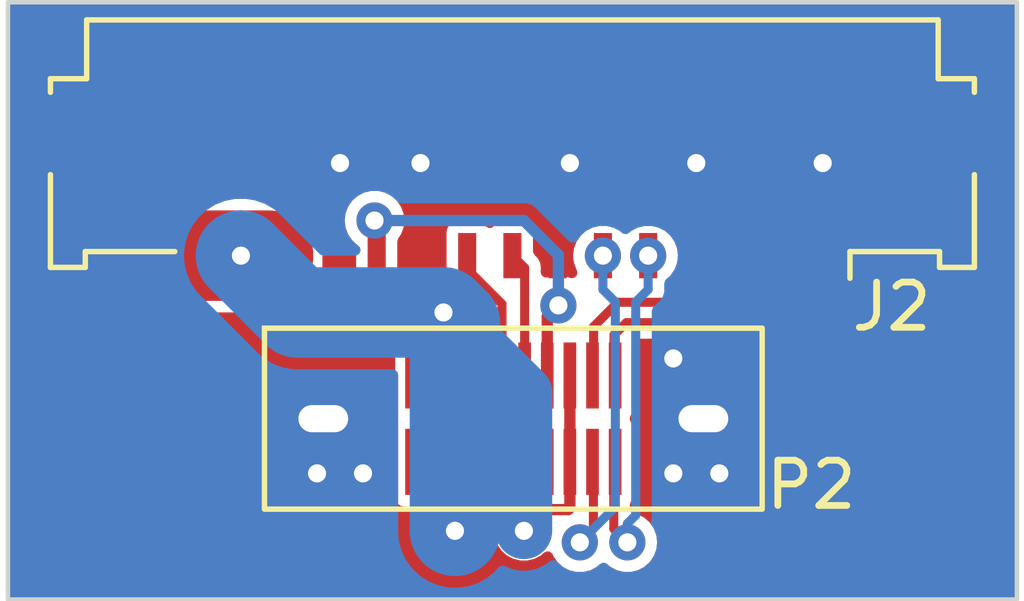
<source format=kicad_pcb>
(kicad_pcb (version 20221018) (generator pcbnew)
  (layers (0 "F.Cu" signal) (31 "B.Cu" signal) (34 "B.Paste" user) (35 "F.Paste" user) (36 "B.SilkS" user "B.Silkscreen") (37 "F.SilkS" user "F.Silkscreen") (38 "B.Mask" user) (39 "F.Mask" user) (44 "Edge.Cuts" user))
  (net 0 "")
  (net 1 "Net-(J2-Pin_11)")
  (net 2 "Net-(J2-Pin_13)")
  (net 10 "2_TX+")
  (net 11 "2_TX-")
  (net 12 "2_RX+")
  (net 13 "2_RX-")
  (net 14 "2+")
  (net 15 "2-")
  (net 16 "GND2")
  (footprint "H3_Connectors:TC-003LS" (layer "F.Cu") (at 45.87 105.003)
    (fp_text reference "P2" (at 6.584 1.463 unlocked) (layer "F.SilkS"))
    (fp_text value "TC-003LS")
    (fp_rect (start -5.5 -2) (end 5.5 2) (stroke (width 0.12)) (fill none) (layer "F.SilkS"))
    (pad "A1" smd rect (at 2.75 -0.955) (size 0.28 1.46) (layers "F.Cu" "F.Paste" "F.Mask") (net 16 "GND2"))
    (pad "A2" smd rect (at 2.25 -0.955) (size 0.28 1.46) (layers "F.Cu" "F.Paste" "F.Mask") (net 10 "2_TX+"))
    (pad "A3" smd rect (at 1.75 -0.955) (size 0.28 1.46) (layers "F.Cu" "F.Paste" "F.Mask") (net 11 "2_TX-"))
    (pad "A4" smd rect (at 1.25 -0.955) (size 0.28 1.46) (layers "F.Cu" "F.Paste" "F.Mask") (net 2 "Net-(J2-Pin_13)"))
    (pad "A5" smd rect (at 0.75 -0.955) (size 0.28 1.46) (layers "F.Cu" "F.Paste" "F.Mask") (net 1 "Net-(J2-Pin_11)"))
    (pad "A6" smd rect (at 0.25 -0.955) (size 0.28 1.46) (layers "F.Cu" "F.Paste" "F.Mask") (net 14 "2+"))
    (pad "A7" smd rect (at -0.25 -0.955) (size 0.28 1.46) (layers "F.Cu" "F.Paste" "F.Mask") (net 15 "2-"))
    (pad "A8" smd rect (at -0.75 -0.955) (size 0.28 1.46) (layers "F.Cu" "F.Paste" "F.Mask"))
    (pad "A9" smd rect (at -1.25 -0.955) (size 0.28 1.46) (layers "F.Cu" "F.Paste" "F.Mask") (net 2 "Net-(J2-Pin_13)"))
    (pad "A10" smd rect (at -1.75 -0.955) (size 0.28 1.46) (layers "F.Cu" "F.Paste" "F.Mask"))
    (pad "A11" smd rect (at -2.25 -0.955) (size 0.28 1.46) (layers "F.Cu" "F.Paste" "F.Mask"))
    (pad "A12" smd rect (at -2.75 -0.955) (size 0.28 1.46) (layers "F.Cu" "F.Paste" "F.Mask") (net 16 "GND2"))
    (pad "B1" smd rect (at -2.75 0.955 180) (size 0.28 1.46) (layers "F.Cu" "F.Paste" "F.Mask") (net 16 "GND2"))
    (pad "B2" smd rect (at -2.25 0.955 180) (size 0.28 1.46) (layers "F.Cu" "F.Paste" "F.Mask"))
    (pad "B3" smd rect (at -1.75 0.955 180) (size 0.28 1.46) (layers "F.Cu" "F.Paste" "F.Mask"))
    (pad "B4" smd rect (at -1.25 0.955 180) (size 0.28 1.46) (layers "F.Cu" "F.Paste" "F.Mask") (net 2 "Net-(J2-Pin_13)"))
    (pad "B5" smd rect (at -0.75 0.955 180) (size 0.28 1.46) (layers "F.Cu" "F.Paste" "F.Mask"))
    (pad "B6" smd rect (at -0.25 0.955 180) (size 0.28 1.46) (layers "F.Cu" "F.Paste" "F.Mask"))
    (pad "B7" smd rect (at 0.25 0.955 180) (size 0.28 1.46) (layers "F.Cu" "F.Paste" "F.Mask"))
    (pad "B8" smd rect (at 0.75 0.955 180) (size 0.28 1.46) (layers "F.Cu" "F.Paste" "F.Mask"))
    (pad "B9" smd rect (at 1.25 0.955 180) (size 0.28 1.46) (layers "F.Cu" "F.Paste" "F.Mask") (net 2 "Net-(J2-Pin_13)"))
    (pad "B10" smd rect (at 1.75 0.955 180) (size 0.28 1.46) (layers "F.Cu" "F.Paste" "F.Mask") (net 13 "2_RX-"))
    (pad "B11" smd rect (at 2.25 0.955 180) (size 0.28 1.46) (layers "F.Cu" "F.Paste" "F.Mask") (net 12 "2_RX+"))
    (pad "B12" smd rect (at 2.75 0.955 180) (size 0.28 1.46) (layers "F.Cu" "F.Paste" "F.Mask") (net 16 "GND2"))
    (pad "S1" thru_hole oval (at -4.2 0) (size 1.5 1) (drill oval 1.1 0.6) (layers "*.Cu" "*.Mask") (net 16 "GND2"))
    (pad "S1" thru_hole oval (at 4.2 0) (size 1.5 1) (drill oval 1.1 0.6) (layers "*.Cu" "*.Mask") (net 16 "GND2"))
  )
  (footprint "Connector_FFC-FPC:Molex_200528-0150_1x15-1MP_P1.00mm_Horizontal" (layer "F.Cu") (at 45.85 100.49 180)
    (fp_text reference "J2" (at -8.382 -2.039) (layer "F.SilkS"))
    (fp_text value "Conn_01x15_Socket")
    (fp_line (start -10.21 -1.17) (end -10.21 0.88) (stroke (width 0.12)) (layer "F.SilkS"))
    (fp_line (start -10.21 2.7) (end -10.21 3) (stroke (width 0.12)) (layer "F.SilkS"))
    (fp_line (start -10.21 3) (end -9.41 3) (stroke (width 0.12)) (layer "F.SilkS"))
    (fp_line (start -9.44 -1.17) (end -10.21 -1.17) (stroke (width 0.12)) (layer "F.SilkS"))
    (fp_line (start -9.44 -0.82) (end -9.44 -1.17) (stroke (width 0.12)) (layer "F.SilkS"))
    (fp_line (start -9.41 3) (end -9.41 4.3) (stroke (width 0.12)) (layer "F.SilkS"))
    (fp_line (start -9.41 4.3) (end 9.41 4.3) (stroke (width 0.12)) (layer "F.SilkS"))
    (fp_line (start -7.46 -1.41) (end -7.46 -0.82) (stroke (width 0.12)) (layer "F.SilkS"))
    (fp_line (start -7.46 -0.82) (end -9.44 -0.82) (stroke (width 0.12)) (layer "F.SilkS"))
    (fp_line (start 9.41 3) (end 10.21 3) (stroke (width 0.12)) (layer "F.SilkS"))
    (fp_line (start 9.41 4.3) (end 9.41 3) (stroke (width 0.12)) (layer "F.SilkS"))
    (fp_line (start 9.44 -1.17) (end 9.44 -0.82) (stroke (width 0.12)) (layer "F.SilkS"))
    (fp_line (start 9.44 -0.82) (end 7.46 -0.82) (stroke (width 0.12)) (layer "F.SilkS"))
    (fp_line (start 10.21 -1.17) (end 9.44 -1.17) (stroke (width 0.12)) (layer "F.SilkS"))
    (fp_line (start 10.21 0.88) (end 10.21 -1.17) (stroke (width 0.12)) (layer "F.SilkS"))
    (fp_line (start 10.21 3) (end 10.21 2.7) (stroke (width 0.12)) (layer "F.SilkS"))
    (pad "1" smd rect (at -7 -0.91 180) (size 0.4 1) (layers "F.Cu" "F.Paste" "F.Mask") (net 16 "GND2"))
    (pad "2" smd rect (at -6 -0.91 180) (size 0.4 1) (layers "F.Cu" "F.Paste" "F.Mask") (net 10 "2_TX+"))
    (pad "3" smd rect (at -5 -0.91 180) (size 0.4 1) (layers "F.Cu" "F.Paste" "F.Mask") (net 11 "2_TX-"))
    (pad "4" smd rect (at -4 -0.91 180) (size 0.4 1) (layers "F.Cu" "F.Paste" "F.Mask") (net 16 "GND2"))
    (pad "5" smd rect (at -3 -0.91 180) (size 0.4 1) (layers "F.Cu" "F.Paste" "F.Mask") (net 12 "2_RX+"))
    (pad "6" smd rect (at -2 -0.91 180) (size 0.4 1) (layers "F.Cu" "F.Paste" "F.Mask") (net 13 "2_RX-"))
    (pad "7" smd rect (at -1 -0.91 180) (size 0.4 1) (layers "F.Cu" "F.Paste" "F.Mask") (net 16 "GND2"))
    (pad "8" smd rect (at 0 -0.91 180) (size 0.4 1) (layers "F.Cu" "F.Paste" "F.Mask") (net 14 "2+"))
    (pad "9" smd rect (at 1 -0.91 180) (size 0.4 1) (layers "F.Cu" "F.Paste" "F.Mask") (net 15 "2-"))
    (pad "10" smd rect (at 2 -0.91 180) (size 0.4 1) (layers "F.Cu" "F.Paste" "F.Mask") (net 16 "GND2"))
    (pad "11" smd rect (at 3 -0.91 180) (size 0.4 1) (layers "F.Cu" "F.Paste" "F.Mask") (net 1 "Net-(J2-Pin_11)"))
    (pad "12" smd rect (at 4 -0.91 180) (size 0.4 1) (layers "F.Cu" "F.Paste" "F.Mask") (net 16 "GND2"))
    (pad "13" smd rect (at 5 -0.91 180) (size 0.4 1) (layers "F.Cu" "F.Paste" "F.Mask") (net 2 "Net-(J2-Pin_13)"))
    (pad "14" smd rect (at 6 -0.91 180) (size 0.4 1) (layers "F.Cu" "F.Paste" "F.Mask") (net 2 "Net-(J2-Pin_13)"))
    (pad "15" smd rect (at 7 -0.91 180) (size 0.4 1) (layers "F.Cu" "F.Paste" "F.Mask") (net 2 "Net-(J2-Pin_13)"))
    (pad "MP" smd rect (at -9.8 1.79 180) (size 2 1.3) (layers "F.Cu" "F.Paste" "F.Mask") (net 16 "GND2"))
    (pad "MP" smd rect (at 9.8 1.79 180) (size 2 1.3) (layers "F.Cu" "F.Paste" "F.Mask") (net 16 "GND2"))
  )
  (gr_rect (start 34.7 95.8) (end 57 109) (stroke (width 0.1)) (fill none) (layer "Edge.Cuts"))
  (segment (start 46.62 102.745502) (end 46.866 102.499502) (width 0.25) (layer "F.Cu") (net 1))
  (segment (start 42.802 100.624) (end 42.802 101.352) (width 0.25) (layer "F.Cu") (net 1))
  (segment (start 46.62 104.048) (end 46.62 102.745502) (width 0.25) (layer "F.Cu") (net 1))
  (segment (start 42.802 101.352) (end 42.85 101.4) (width 0.25) (layer "F.Cu") (net 1))
  (via (at 46.866 102.499502) (size 0.8) (drill 0.4) (layers "F.Cu" "B.Cu") (net 1))
  (via (at 42.802 100.624) (size 0.8) (drill 0.4) (layers "F.Cu" "B.Cu") (net 1))
  (segment (start 46.104 100.624) (end 42.802 100.624) (width 0.25) (layer "B.Cu") (net 1))
  (segment (start 46.866 102.499502) (end 46.866 101.386) (width 0.25) (layer "B.Cu") (net 1))
  (segment (start 46.866 101.386) (end 46.104 100.624) (width 0.25) (layer "B.Cu") (net 1))
  (segment (start 47.12 106.978) (end 47.085 107.013) (width 0.25) (layer "F.Cu") (net 2))
  (segment (start 39.85 101.4) (end 40.45 101.4) (width 2) (layer "F.Cu") (net 2))
  (segment (start 47.085 107.013) (end 46.358 107.013) (width 0.25) (layer "F.Cu") (net 2))
  (segment (start 47.12 105.958) (end 47.12 106.978) (width 0.25) (layer "F.Cu") (net 2))
  (segment (start 44.62 106.978) (end 44.62 105.958) (width 0.25) (layer "F.Cu") (net 2))
  (segment (start 44.326 102.656) (end 44.62 102.95) (width 0.25) (layer "F.Cu") (net 2))
  (segment (start 44.62 103.987) (end 44.62 105.897) (width 0.25) (layer "F.Cu") (net 2))
  (segment (start 44.62 102.95) (end 44.62 104.048) (width 0.25) (layer "F.Cu") (net 2))
  (segment (start 46.358 107.228) (end 46.104 107.482) (width 0.25) (layer "F.Cu") (net 2))
  (segment (start 44.58 107.482) (end 44.58 107.018) (width 0.25) (layer "F.Cu") (net 2))
  (segment (start 46.358 107.013) (end 46.358 107.228) (width 0.25) (layer "F.Cu") (net 2))
  (segment (start 44.58 107.018) (end 44.62 106.978) (width 0.25) (layer "F.Cu") (net 2))
  (segment (start 47.12 103.987) (end 47.12 105.897) (width 0.25) (layer "F.Cu") (net 2))
  (segment (start 44.655 107.013) (end 44.62 106.978) (width 0.25) (layer "F.Cu") (net 2))
  (segment (start 46.358 107.013) (end 44.655 107.013) (width 0.25) (layer "F.Cu") (net 2))
  (segment (start 39.85 101.4) (end 38.85 101.4) (width 2) (layer "F.Cu") (net 2))
  (via (at 44.58 107.482) (size 0.8) (drill 0.4) (layers "F.Cu" "B.Cu") (net 2))
  (via (at 46.104 107.482) (size 0.8) (drill 0.4) (layers "F.Cu" "B.Cu") (net 2))
  (via (at 44.326 102.656) (size 0.8) (drill 0.4) (layers "F.Cu" "B.Cu") (net 2))
  (via (at 39.85 101.4) (size 0.8) (drill 0.4) (layers "F.Cu" "B.Cu") (net 2))
  (segment (start 46.104 107.482) (end 46.104 104.434) (width 1.25) (layer "B.Cu") (net 2))
  (segment (start 44.58 107.482) (end 44.58 102.91) (width 2) (layer "B.Cu") (net 2))
  (segment (start 44.326 102.656) (end 41.106 102.656) (width 2) (layer "B.Cu") (net 2))
  (segment (start 41.106 102.656) (end 39.85 101.4) (width 2) (layer "B.Cu") (net 2))
  (segment (start 44.58 102.91) (end 44.326 102.656) (width 2) (layer "B.Cu") (net 2))
  (segment (start 46.104 104.434) (end 44.58 102.91) (width 1.25) (layer "B.Cu") (net 2))
  (segment (start 48.12 104.048) (end 48.12 103.458) (width 0.2) (layer "F.Cu") (net 10))
  (segment (start 48.12 103.458) (end 48.095 103.433) (width 0.2) (layer "F.Cu") (net 10))
  (segment (start 48.366698 102.881) (end 50.664 102.881) (width 0.2) (layer "F.Cu") (net 10))
  (segment (start 48.095 103.433) (end 48.095 103.152698) (width 0.2) (layer "F.Cu") (net 10))
  (segment (start 51.85 101.695) (end 51.85 101.4) (width 0.2) (layer "F.Cu") (net 10))
  (segment (start 50.664 102.881) (end 51.85 101.695) (width 0.2) (layer "F.Cu") (net 10))
  (segment (start 48.095 103.152698) (end 48.366698 102.881) (width 0.2) (layer "F.Cu") (net 10))
  (segment (start 48.180298 102.431) (end 50.182603 102.431) (width 0.2) (layer "F.Cu") (net 11))
  (segment (start 50.182603 102.431) (end 50.85 101.763603) (width 0.2) (layer "F.Cu") (net 11))
  (segment (start 47.62 104.048) (end 47.62 103.458) (width 0.2) (layer "F.Cu") (net 11))
  (segment (start 47.645 102.966298) (end 48.180298 102.431) (width 0.2) (layer "F.Cu") (net 11))
  (segment (start 50.85 101.763603) (end 50.85 101.4) (width 0.2) (layer "F.Cu") (net 11))
  (segment (start 47.645 103.433) (end 47.645 102.966298) (width 0.2) (layer "F.Cu") (net 11))
  (segment (start 47.62 103.458) (end 47.645 103.433) (width 0.2) (layer "F.Cu") (net 11))
  (segment (start 48.115 106.138379) (end 48.090001 106.163378) (width 0.2) (layer "F.Cu") (net 12))
  (segment (start 48.090001 106.163378) (end 48.090001 107.436001) (width 0.2) (layer "F.Cu") (net 12))
  (segment (start 48.090001 107.436001) (end 48.39 107.736) (width 0.2) (layer "F.Cu") (net 12))
  (via (at 48.39 107.736) (size 0.8) (drill 0.4) (layers "F.Cu" "B.Cu") (net 12))
  (via (at 48.85 101.4) (size 0.8) (drill 0.4) (layers "F.Cu" "B.Cu") (net 12))
  (segment (start 48.575 107.137397) (end 48.575 102.425001) (width 0.2) (layer "B.Cu") (net 12))
  (segment (start 48.39 107.736) (end 48.39 107.322397) (width 0.2) (layer "B.Cu") (net 12))
  (segment (start 48.57 107.142397) (end 48.575 107.137397) (width 0.2) (layer "B.Cu") (net 12))
  (segment (start 48.85 102.150001) (end 48.85 101.4) (width 0.2) (layer "B.Cu") (net 12))
  (segment (start 48.575 102.425001) (end 48.85 102.150001) (width 0.2) (layer "B.Cu") (net 12))
  (segment (start 48.39 107.322397) (end 48.57 107.142397) (width 0.2) (layer "B.Cu") (net 12))
  (segment (start 47.615 106.138379) (end 47.639999 106.163378) (width 0.2) (layer "F.Cu") (net 13))
  (segment (start 47.639999 106.163378) (end 47.639999 107.436001) (width 0.2) (layer "F.Cu") (net 13))
  (segment (start 47.639999 107.436001) (end 47.34 107.736) (width 0.2) (layer "F.Cu") (net 13))
  (via (at 47.34 107.736) (size 0.8) (drill 0.4) (layers "F.Cu" "B.Cu") (net 13))
  (via (at 47.85 101.4) (size 0.8) (drill 0.4) (layers "F.Cu" "B.Cu") (net 13))
  (segment (start 48.125 102.425001) (end 47.85 102.150001) (width 0.2) (layer "B.Cu") (net 13))
  (segment (start 47.85 102.150001) (end 47.85 101.4) (width 0.2) (layer "B.Cu") (net 13))
  (segment (start 48.125 106.951) (end 48.125 102.425001) (width 0.2) (layer "B.Cu") (net 13))
  (segment (start 47.34 107.736) (end 48.12 106.956) (width 0.2) (layer "B.Cu") (net 13))
  (segment (start 48.12 106.956) (end 48.125 106.951) (width 0.2) (layer "B.Cu") (net 13))
  (segment (start 46.12 101.67) (end 45.85 101.4) (width 0.2) (layer "F.Cu") (net 14))
  (segment (start 46.12 103.733) (end 46.12 101.67) (width 0.2) (layer "F.Cu") (net 14))
  (segment (start 44.85 101.4) (end 44.85 101.7) (width 0.2) (layer "F.Cu") (net 15))
  (segment (start 45.62 102.47) (end 45.62 103.733) (width 0.2) (layer "F.Cu") (net 15))
  (segment (start 44.85 101.7) (end 45.62 102.47) (width 0.2) (layer "F.Cu") (net 15))
  (segment (start 49.85 101.4) (end 49.85 99.672) (width 0.25) (layer "F.Cu") (net 16))
  (segment (start 48.62 104.942) (end 48.62 103.987) (width 0.25) (layer "F.Cu") (net 16))
  (segment (start 43.85 101.4) (end 43.85 99.576) (width 0.25) (layer "F.Cu") (net 16))
  (segment (start 44.072 99.354) (end 47.12 99.354) (width 0.25) (layer "F.Cu") (net 16))
  (segment (start 47.374 99.354) (end 49.914 99.354) (width 0.25) (layer "F.Cu") (net 16))
  (segment (start 50.07 105.003) (end 48.681 105.003) (width 0.25) (layer "F.Cu") (net 16))
  (segment (start 41.67 105.003) (end 43.059 105.003) (width 0.25) (layer "F.Cu") (net 16))
  (segment (start 43.059 105.003) (end 43.12 104.942) (width 0.25) (layer "F.Cu") (net 16))
  (segment (start 48.62 105.897) (end 48.62 104.942) (width 0.25) (layer "F.Cu") (net 16))
  (segment (start 49.914 99.354) (end 50.168 99.354) (width 0.25) (layer "F.Cu") (net 16))
  (segment (start 41.85 101.4) (end 41.85 99.544) (width 0.25) (layer "F.Cu") (net 16))
  (segment (start 43.12 104.942) (end 43.12 103.987) (width 0.25) (layer "F.Cu") (net 16))
  (segment (start 43.12 105.897) (end 43.12 104.942) (width 0.25) (layer "F.Cu") (net 16))
  (segment (start 52.85 99.496) (end 52.85 101.4) (width 0.25) (layer "F.Cu") (net 16))
  (segment (start 52.708 99.354) (end 52.85 99.496) (width 0.25) (layer "F.Cu") (net 16))
  (segment (start 46.85 101.4) (end 46.85 99.878) (width 0.25) (layer "F.Cu") (net 16))
  (segment (start 43.85 99.576) (end 44.072 99.354) (width 0.25) (layer "F.Cu") (net 16))
  (segment (start 49.85 99.672) (end 50.168 99.354) (width 0.25) (layer "F.Cu") (net 16))
  (segment (start 46.85 99.878) (end 47.374 99.354) (width 0.25) (layer "F.Cu") (net 16))
  (segment (start 42.04 99.354) (end 43.818 99.354) (width 0.25) (layer "F.Cu") (net 16))
  (segment (start 50.168 99.354) (end 52.708 99.354) (width 0.25) (layer "F.Cu") (net 16))
  (segment (start 43.818 99.354) (end 44.072 99.354) (width 0.25) (layer "F.Cu") (net 16))
  (segment (start 48.681 105.003) (end 48.62 104.942) (width 0.25) (layer "F.Cu") (net 16))
  (segment (start 41.85 99.544) (end 42.04 99.354) (width 0.25) (layer "F.Cu") (net 16))
  (segment (start 47.12 99.354) (end 47.374 99.354) (width 0.25) (layer "F.Cu") (net 16))
  (via (at 47.12 99.354) (size 0.8) (drill 0.4) (layers "F.Cu" "B.Cu") (net 16))
  (via (at 42.548 106.212) (size 0.8) (drill 0.4) (layers "F.Cu" "B.Cu") (net 16))
  (via (at 49.406 106.212) (size 0.8) (drill 0.4) (layers "F.Cu" "B.Cu") (net 16))
  (via (at 50.422 106.212) (size 0.8) (drill 0.4) (layers "F.Cu" "B.Cu") (net 16))
  (via (at 49.406 103.672) (size 0.8) (drill 0.4) (layers "F.Cu" "B.Cu") (net 16))
  (via (at 52.708 99.354) (size 0.8) (drill 0.4) (layers "F.Cu" "B.Cu") (net 16))
  (via (at 49.914 99.354) (size 0.8) (drill 0.4) (layers "F.Cu" "B.Cu") (net 16))
  (via (at 42.04 99.354) (size 0.8) (drill 0.4) (layers "F.Cu" "B.Cu") (net 16))
  (via (at 41.532 106.212) (size 0.8) (drill 0.4) (layers "F.Cu" "B.Cu") (net 16))
  (via (at 43.818 99.354) (size 0.8) (drill 0.4) (layers "F.Cu" "B.Cu") (net 16))
  (zone (net 16) (net_name "GND2") (layers "F&B.Cu") (priority 1) (connect_pads yes (clearance 0.254)) (min_thickness 0.25) (fill yes (thermal_gap 0.5) (thermal_bridge_width 0.5))
    (polygon (pts (xy 34.674 95.798) (xy 34.674 109.006) (xy 57.026 109.006) (xy 57.026 95.798)))
  )
)
</source>
